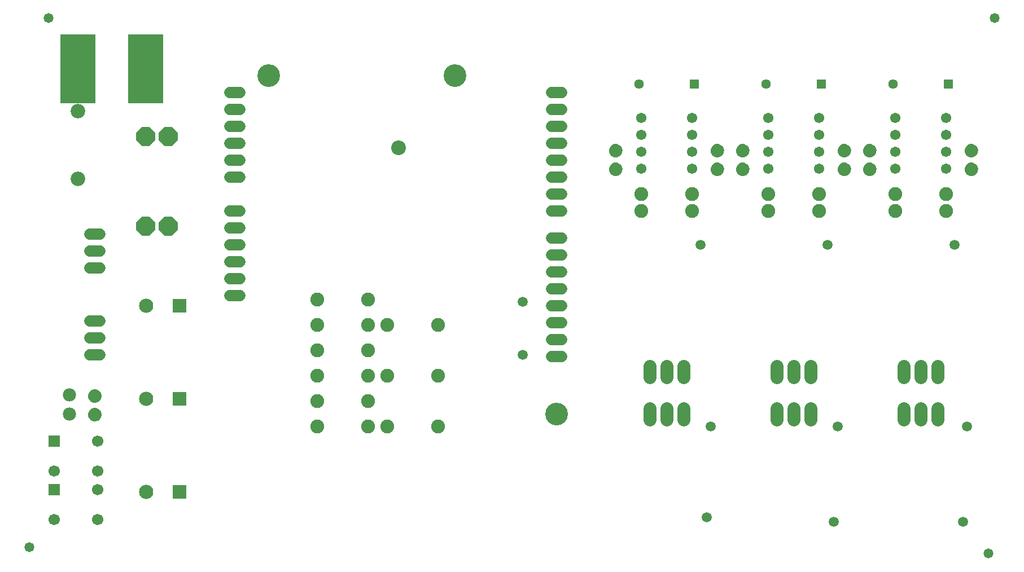
<source format=gbr>
G04 EAGLE Gerber RS-274X export*
G75*
%MOMM*%
%FSLAX34Y34*%
%LPD*%
%INSoldermask Bottom*%
%IPPOS*%
%AMOC8*
5,1,8,0,0,1.08239X$1,22.5*%
G01*
%ADD10C,1.473200*%
%ADD11C,1.727200*%
%ADD12C,1.546600*%
%ADD13C,3.403200*%
%ADD14C,2.203200*%
%ADD15R,1.441200X1.441200*%
%ADD16C,1.441200*%
%ADD17C,2.082800*%
%ADD18C,1.701200*%
%ADD19R,1.701200X1.701200*%
%ADD20C,1.917700*%
%ADD21P,3.061215X8X292.500000*%
%ADD22R,5.283200X10.363200*%
%ADD23C,2.184400*%
%ADD24C,2.133600*%
%ADD25R,2.133600X2.133600*%
%ADD26C,1.981200*%
%ADD27C,1.503200*%

G36*
X1017518Y778736D02*
X1017518Y778736D01*
X1017561Y778747D01*
X1017627Y778753D01*
X1019257Y779165D01*
X1019297Y779183D01*
X1019361Y779201D01*
X1020894Y779889D01*
X1020931Y779914D01*
X1020991Y779943D01*
X1022381Y780887D01*
X1022413Y780918D01*
X1022467Y780956D01*
X1023673Y782127D01*
X1023699Y782164D01*
X1023745Y782211D01*
X1024729Y783573D01*
X1024748Y783614D01*
X1024785Y783668D01*
X1025518Y785181D01*
X1025530Y785224D01*
X1025557Y785284D01*
X1026015Y786901D01*
X1026020Y786946D01*
X1026036Y787010D01*
X1026207Y788682D01*
X1026203Y788730D01*
X1026207Y788809D01*
X1026041Y790481D01*
X1026029Y790524D01*
X1026020Y790590D01*
X1025566Y792207D01*
X1025547Y792248D01*
X1025527Y792311D01*
X1024799Y793825D01*
X1024773Y793861D01*
X1024743Y793920D01*
X1023762Y795285D01*
X1023730Y795316D01*
X1023690Y795369D01*
X1022488Y796543D01*
X1022451Y796568D01*
X1022403Y796613D01*
X1021015Y797560D01*
X1020974Y797578D01*
X1020918Y797614D01*
X1019387Y798306D01*
X1019344Y798317D01*
X1019283Y798343D01*
X1017654Y798758D01*
X1017610Y798761D01*
X1017545Y798776D01*
X1015870Y798902D01*
X1015823Y798898D01*
X1015751Y798900D01*
X1013916Y798695D01*
X1013869Y798681D01*
X1013794Y798669D01*
X1012033Y798109D01*
X1011991Y798086D01*
X1011919Y798060D01*
X1010302Y797167D01*
X1010264Y797137D01*
X1010199Y797097D01*
X1008787Y795906D01*
X1008756Y795869D01*
X1008700Y795817D01*
X1007547Y794373D01*
X1007525Y794331D01*
X1007480Y794269D01*
X1006631Y792628D01*
X1006617Y792582D01*
X1006585Y792513D01*
X1006072Y790738D01*
X1006067Y790690D01*
X1006050Y790615D01*
X1005893Y788775D01*
X1005897Y788731D01*
X1005893Y788666D01*
X1006053Y786835D01*
X1006066Y786789D01*
X1006074Y786728D01*
X1006074Y786726D01*
X1006076Y786713D01*
X1006590Y784949D01*
X1006611Y784905D01*
X1006636Y784833D01*
X1007485Y783203D01*
X1007514Y783165D01*
X1007553Y783099D01*
X1008703Y781666D01*
X1008739Y781634D01*
X1008790Y781577D01*
X1010198Y780396D01*
X1010239Y780372D01*
X1010300Y780326D01*
X1011912Y779442D01*
X1011957Y779427D01*
X1012026Y779393D01*
X1013779Y778841D01*
X1013826Y778835D01*
X1013900Y778815D01*
X1015727Y778616D01*
X1015773Y778619D01*
X1015842Y778613D01*
X1017518Y778736D01*
G37*
G36*
X1055618Y778736D02*
X1055618Y778736D01*
X1055661Y778747D01*
X1055727Y778753D01*
X1057357Y779165D01*
X1057397Y779183D01*
X1057461Y779201D01*
X1058994Y779889D01*
X1059031Y779914D01*
X1059091Y779943D01*
X1060481Y780887D01*
X1060513Y780918D01*
X1060567Y780956D01*
X1061773Y782127D01*
X1061799Y782164D01*
X1061845Y782211D01*
X1062829Y783573D01*
X1062848Y783614D01*
X1062885Y783668D01*
X1063618Y785181D01*
X1063630Y785224D01*
X1063657Y785284D01*
X1064115Y786901D01*
X1064120Y786946D01*
X1064136Y787010D01*
X1064307Y788682D01*
X1064303Y788730D01*
X1064307Y788809D01*
X1064141Y790481D01*
X1064129Y790524D01*
X1064120Y790590D01*
X1063666Y792207D01*
X1063647Y792248D01*
X1063627Y792311D01*
X1062899Y793825D01*
X1062873Y793861D01*
X1062843Y793920D01*
X1061862Y795285D01*
X1061830Y795316D01*
X1061790Y795369D01*
X1060588Y796543D01*
X1060551Y796568D01*
X1060503Y796613D01*
X1059115Y797560D01*
X1059074Y797578D01*
X1059018Y797614D01*
X1057487Y798306D01*
X1057444Y798317D01*
X1057383Y798343D01*
X1055754Y798758D01*
X1055710Y798761D01*
X1055645Y798776D01*
X1053970Y798902D01*
X1053923Y798898D01*
X1053851Y798900D01*
X1052016Y798695D01*
X1051969Y798681D01*
X1051894Y798669D01*
X1050133Y798109D01*
X1050091Y798086D01*
X1050019Y798060D01*
X1048402Y797167D01*
X1048364Y797137D01*
X1048299Y797097D01*
X1046887Y795906D01*
X1046856Y795869D01*
X1046800Y795817D01*
X1045647Y794373D01*
X1045625Y794331D01*
X1045580Y794269D01*
X1044731Y792628D01*
X1044717Y792582D01*
X1044685Y792513D01*
X1044172Y790738D01*
X1044167Y790690D01*
X1044150Y790615D01*
X1043993Y788775D01*
X1043997Y788731D01*
X1043993Y788666D01*
X1044153Y786835D01*
X1044166Y786789D01*
X1044174Y786728D01*
X1044174Y786726D01*
X1044176Y786713D01*
X1044690Y784949D01*
X1044711Y784905D01*
X1044736Y784833D01*
X1045585Y783203D01*
X1045614Y783165D01*
X1045653Y783099D01*
X1046803Y781666D01*
X1046839Y781634D01*
X1046890Y781577D01*
X1048298Y780396D01*
X1048339Y780372D01*
X1048400Y780326D01*
X1050012Y779442D01*
X1050057Y779427D01*
X1050126Y779393D01*
X1051879Y778841D01*
X1051926Y778835D01*
X1052000Y778815D01*
X1053827Y778616D01*
X1053873Y778619D01*
X1053942Y778613D01*
X1055618Y778736D01*
G37*
G36*
X865118Y778736D02*
X865118Y778736D01*
X865161Y778747D01*
X865227Y778753D01*
X866857Y779165D01*
X866897Y779183D01*
X866961Y779201D01*
X868494Y779889D01*
X868531Y779914D01*
X868591Y779943D01*
X869981Y780887D01*
X870013Y780918D01*
X870067Y780956D01*
X871273Y782127D01*
X871299Y782164D01*
X871345Y782211D01*
X872329Y783573D01*
X872348Y783614D01*
X872385Y783668D01*
X873118Y785181D01*
X873130Y785224D01*
X873157Y785284D01*
X873615Y786901D01*
X873620Y786946D01*
X873636Y787010D01*
X873807Y788682D01*
X873803Y788730D01*
X873807Y788809D01*
X873641Y790481D01*
X873629Y790524D01*
X873620Y790590D01*
X873166Y792207D01*
X873147Y792248D01*
X873127Y792311D01*
X872399Y793825D01*
X872373Y793861D01*
X872343Y793920D01*
X871362Y795285D01*
X871330Y795316D01*
X871290Y795369D01*
X870088Y796543D01*
X870051Y796568D01*
X870003Y796613D01*
X868615Y797560D01*
X868574Y797578D01*
X868518Y797614D01*
X866987Y798306D01*
X866944Y798317D01*
X866883Y798343D01*
X865254Y798758D01*
X865210Y798761D01*
X865145Y798776D01*
X863470Y798902D01*
X863423Y798898D01*
X863351Y798900D01*
X861516Y798695D01*
X861469Y798681D01*
X861394Y798669D01*
X859633Y798109D01*
X859591Y798086D01*
X859519Y798060D01*
X857902Y797167D01*
X857864Y797137D01*
X857799Y797097D01*
X856387Y795906D01*
X856356Y795869D01*
X856300Y795817D01*
X855147Y794373D01*
X855125Y794331D01*
X855080Y794269D01*
X854231Y792628D01*
X854217Y792582D01*
X854185Y792513D01*
X853672Y790738D01*
X853667Y790690D01*
X853650Y790615D01*
X853493Y788775D01*
X853497Y788731D01*
X853493Y788666D01*
X853653Y786835D01*
X853666Y786789D01*
X853674Y786728D01*
X853674Y786726D01*
X853676Y786713D01*
X854190Y784949D01*
X854211Y784905D01*
X854236Y784833D01*
X855085Y783203D01*
X855114Y783165D01*
X855153Y783099D01*
X856303Y781666D01*
X856339Y781634D01*
X856390Y781577D01*
X857798Y780396D01*
X857839Y780372D01*
X857900Y780326D01*
X859512Y779442D01*
X859557Y779427D01*
X859626Y779393D01*
X861379Y778841D01*
X861426Y778835D01*
X861500Y778815D01*
X863327Y778616D01*
X863373Y778619D01*
X863442Y778613D01*
X865118Y778736D01*
G37*
G36*
X1398518Y778736D02*
X1398518Y778736D01*
X1398561Y778747D01*
X1398627Y778753D01*
X1400257Y779165D01*
X1400297Y779183D01*
X1400361Y779201D01*
X1401894Y779889D01*
X1401931Y779914D01*
X1401991Y779943D01*
X1403381Y780887D01*
X1403413Y780918D01*
X1403467Y780956D01*
X1404673Y782127D01*
X1404699Y782164D01*
X1404745Y782211D01*
X1405729Y783573D01*
X1405748Y783614D01*
X1405785Y783668D01*
X1406518Y785181D01*
X1406530Y785224D01*
X1406557Y785284D01*
X1407015Y786901D01*
X1407020Y786946D01*
X1407036Y787010D01*
X1407207Y788682D01*
X1407203Y788730D01*
X1407207Y788809D01*
X1407041Y790481D01*
X1407029Y790524D01*
X1407020Y790590D01*
X1406566Y792207D01*
X1406547Y792248D01*
X1406527Y792311D01*
X1405799Y793825D01*
X1405773Y793861D01*
X1405743Y793920D01*
X1404762Y795285D01*
X1404730Y795316D01*
X1404690Y795369D01*
X1403488Y796543D01*
X1403451Y796568D01*
X1403403Y796613D01*
X1402015Y797560D01*
X1401974Y797578D01*
X1401918Y797614D01*
X1400387Y798306D01*
X1400344Y798317D01*
X1400283Y798343D01*
X1398654Y798758D01*
X1398610Y798761D01*
X1398545Y798776D01*
X1396870Y798902D01*
X1396823Y798898D01*
X1396751Y798900D01*
X1394916Y798695D01*
X1394869Y798681D01*
X1394794Y798669D01*
X1393033Y798109D01*
X1392991Y798086D01*
X1392919Y798060D01*
X1391302Y797167D01*
X1391264Y797137D01*
X1391199Y797097D01*
X1389787Y795906D01*
X1389756Y795869D01*
X1389700Y795817D01*
X1388547Y794373D01*
X1388525Y794331D01*
X1388480Y794269D01*
X1387631Y792628D01*
X1387617Y792582D01*
X1387585Y792513D01*
X1387072Y790738D01*
X1387067Y790690D01*
X1387050Y790615D01*
X1386893Y788775D01*
X1386897Y788731D01*
X1386893Y788666D01*
X1387053Y786835D01*
X1387066Y786789D01*
X1387074Y786728D01*
X1387074Y786726D01*
X1387076Y786713D01*
X1387590Y784949D01*
X1387611Y784905D01*
X1387636Y784833D01*
X1388485Y783203D01*
X1388514Y783165D01*
X1388553Y783099D01*
X1389703Y781666D01*
X1389739Y781634D01*
X1389790Y781577D01*
X1391198Y780396D01*
X1391239Y780372D01*
X1391300Y780326D01*
X1392912Y779442D01*
X1392957Y779427D01*
X1393026Y779393D01*
X1394779Y778841D01*
X1394826Y778835D01*
X1394900Y778815D01*
X1396727Y778616D01*
X1396773Y778619D01*
X1396842Y778613D01*
X1398518Y778736D01*
G37*
G36*
X1208018Y778736D02*
X1208018Y778736D01*
X1208061Y778747D01*
X1208127Y778753D01*
X1209757Y779165D01*
X1209797Y779183D01*
X1209861Y779201D01*
X1211394Y779889D01*
X1211431Y779914D01*
X1211491Y779943D01*
X1212881Y780887D01*
X1212913Y780918D01*
X1212967Y780956D01*
X1214173Y782127D01*
X1214199Y782164D01*
X1214245Y782211D01*
X1215229Y783573D01*
X1215248Y783614D01*
X1215285Y783668D01*
X1216018Y785181D01*
X1216030Y785224D01*
X1216057Y785284D01*
X1216515Y786901D01*
X1216520Y786946D01*
X1216536Y787010D01*
X1216707Y788682D01*
X1216703Y788730D01*
X1216707Y788809D01*
X1216541Y790481D01*
X1216529Y790524D01*
X1216520Y790590D01*
X1216066Y792207D01*
X1216047Y792248D01*
X1216027Y792311D01*
X1215299Y793825D01*
X1215273Y793861D01*
X1215243Y793920D01*
X1214262Y795285D01*
X1214230Y795316D01*
X1214190Y795369D01*
X1212988Y796543D01*
X1212951Y796568D01*
X1212903Y796613D01*
X1211515Y797560D01*
X1211474Y797578D01*
X1211418Y797614D01*
X1209887Y798306D01*
X1209844Y798317D01*
X1209783Y798343D01*
X1208154Y798758D01*
X1208110Y798761D01*
X1208045Y798776D01*
X1206370Y798902D01*
X1206323Y798898D01*
X1206251Y798900D01*
X1204416Y798695D01*
X1204369Y798681D01*
X1204294Y798669D01*
X1202533Y798109D01*
X1202491Y798086D01*
X1202419Y798060D01*
X1200802Y797167D01*
X1200764Y797137D01*
X1200699Y797097D01*
X1199287Y795906D01*
X1199256Y795869D01*
X1199200Y795817D01*
X1198047Y794373D01*
X1198025Y794331D01*
X1197980Y794269D01*
X1197131Y792628D01*
X1197117Y792582D01*
X1197085Y792513D01*
X1196572Y790738D01*
X1196567Y790690D01*
X1196550Y790615D01*
X1196393Y788775D01*
X1196397Y788731D01*
X1196393Y788666D01*
X1196553Y786835D01*
X1196566Y786789D01*
X1196574Y786728D01*
X1196574Y786726D01*
X1196576Y786713D01*
X1197090Y784949D01*
X1197111Y784905D01*
X1197136Y784833D01*
X1197985Y783203D01*
X1198014Y783165D01*
X1198053Y783099D01*
X1199203Y781666D01*
X1199239Y781634D01*
X1199290Y781577D01*
X1200698Y780396D01*
X1200739Y780372D01*
X1200800Y780326D01*
X1202412Y779442D01*
X1202457Y779427D01*
X1202526Y779393D01*
X1204279Y778841D01*
X1204326Y778835D01*
X1204400Y778815D01*
X1206227Y778616D01*
X1206273Y778619D01*
X1206342Y778613D01*
X1208018Y778736D01*
G37*
G36*
X1246118Y778736D02*
X1246118Y778736D01*
X1246161Y778747D01*
X1246227Y778753D01*
X1247857Y779165D01*
X1247897Y779183D01*
X1247961Y779201D01*
X1249494Y779889D01*
X1249531Y779914D01*
X1249591Y779943D01*
X1250981Y780887D01*
X1251013Y780918D01*
X1251067Y780956D01*
X1252273Y782127D01*
X1252299Y782164D01*
X1252345Y782211D01*
X1253329Y783573D01*
X1253348Y783614D01*
X1253385Y783668D01*
X1254118Y785181D01*
X1254130Y785224D01*
X1254157Y785284D01*
X1254615Y786901D01*
X1254620Y786946D01*
X1254636Y787010D01*
X1254807Y788682D01*
X1254803Y788730D01*
X1254807Y788809D01*
X1254641Y790481D01*
X1254629Y790524D01*
X1254620Y790590D01*
X1254166Y792207D01*
X1254147Y792248D01*
X1254127Y792311D01*
X1253399Y793825D01*
X1253373Y793861D01*
X1253343Y793920D01*
X1252362Y795285D01*
X1252330Y795316D01*
X1252290Y795369D01*
X1251088Y796543D01*
X1251051Y796568D01*
X1251003Y796613D01*
X1249615Y797560D01*
X1249574Y797578D01*
X1249518Y797614D01*
X1247987Y798306D01*
X1247944Y798317D01*
X1247883Y798343D01*
X1246254Y798758D01*
X1246210Y798761D01*
X1246145Y798776D01*
X1244470Y798902D01*
X1244423Y798898D01*
X1244351Y798900D01*
X1242516Y798695D01*
X1242469Y798681D01*
X1242394Y798669D01*
X1240633Y798109D01*
X1240591Y798086D01*
X1240519Y798060D01*
X1238902Y797167D01*
X1238864Y797137D01*
X1238799Y797097D01*
X1237387Y795906D01*
X1237356Y795869D01*
X1237300Y795817D01*
X1236147Y794373D01*
X1236125Y794331D01*
X1236080Y794269D01*
X1235231Y792628D01*
X1235217Y792582D01*
X1235185Y792513D01*
X1234672Y790738D01*
X1234667Y790690D01*
X1234650Y790615D01*
X1234493Y788775D01*
X1234497Y788731D01*
X1234493Y788666D01*
X1234653Y786835D01*
X1234666Y786789D01*
X1234674Y786728D01*
X1234674Y786726D01*
X1234676Y786713D01*
X1235190Y784949D01*
X1235211Y784905D01*
X1235236Y784833D01*
X1236085Y783203D01*
X1236114Y783165D01*
X1236153Y783099D01*
X1237303Y781666D01*
X1237339Y781634D01*
X1237390Y781577D01*
X1238798Y780396D01*
X1238839Y780372D01*
X1238900Y780326D01*
X1240512Y779442D01*
X1240557Y779427D01*
X1240626Y779393D01*
X1242379Y778841D01*
X1242426Y778835D01*
X1242500Y778815D01*
X1244327Y778616D01*
X1244373Y778619D01*
X1244442Y778613D01*
X1246118Y778736D01*
G37*
G36*
X1017518Y750745D02*
X1017518Y750745D01*
X1017561Y750756D01*
X1017627Y750762D01*
X1019257Y751174D01*
X1019297Y751192D01*
X1019361Y751210D01*
X1020894Y751898D01*
X1020931Y751923D01*
X1020991Y751952D01*
X1022381Y752896D01*
X1022413Y752927D01*
X1022467Y752965D01*
X1023673Y754136D01*
X1023699Y754173D01*
X1023745Y754220D01*
X1024729Y755582D01*
X1024748Y755623D01*
X1024785Y755677D01*
X1025518Y757190D01*
X1025530Y757233D01*
X1025557Y757293D01*
X1026015Y758910D01*
X1026020Y758955D01*
X1026036Y759019D01*
X1026207Y760691D01*
X1026203Y760739D01*
X1026207Y760818D01*
X1026041Y762490D01*
X1026029Y762533D01*
X1026020Y762599D01*
X1025566Y764216D01*
X1025547Y764257D01*
X1025527Y764320D01*
X1024799Y765834D01*
X1024773Y765870D01*
X1024743Y765929D01*
X1023762Y767294D01*
X1023730Y767325D01*
X1023690Y767378D01*
X1022488Y768552D01*
X1022451Y768577D01*
X1022403Y768622D01*
X1021015Y769569D01*
X1020974Y769587D01*
X1020918Y769623D01*
X1019387Y770315D01*
X1019344Y770326D01*
X1019283Y770352D01*
X1017654Y770767D01*
X1017610Y770770D01*
X1017545Y770785D01*
X1015870Y770911D01*
X1015823Y770907D01*
X1015751Y770909D01*
X1013916Y770704D01*
X1013869Y770690D01*
X1013794Y770678D01*
X1012033Y770118D01*
X1011991Y770095D01*
X1011919Y770069D01*
X1010302Y769176D01*
X1010264Y769146D01*
X1010199Y769106D01*
X1008787Y767915D01*
X1008756Y767878D01*
X1008700Y767826D01*
X1007547Y766382D01*
X1007525Y766340D01*
X1007480Y766278D01*
X1006631Y764637D01*
X1006617Y764591D01*
X1006585Y764522D01*
X1006072Y762747D01*
X1006067Y762699D01*
X1006050Y762624D01*
X1005893Y760784D01*
X1005897Y760740D01*
X1005893Y760675D01*
X1006053Y758844D01*
X1006066Y758798D01*
X1006074Y758737D01*
X1006074Y758735D01*
X1006076Y758722D01*
X1006590Y756958D01*
X1006611Y756914D01*
X1006636Y756842D01*
X1007485Y755212D01*
X1007514Y755174D01*
X1007553Y755108D01*
X1008703Y753675D01*
X1008739Y753643D01*
X1008790Y753586D01*
X1010198Y752405D01*
X1010239Y752381D01*
X1010300Y752335D01*
X1011912Y751451D01*
X1011957Y751436D01*
X1012026Y751402D01*
X1013779Y750850D01*
X1013826Y750844D01*
X1013900Y750824D01*
X1015727Y750625D01*
X1015773Y750628D01*
X1015842Y750622D01*
X1017518Y750745D01*
G37*
G36*
X1398518Y750745D02*
X1398518Y750745D01*
X1398561Y750756D01*
X1398627Y750762D01*
X1400257Y751174D01*
X1400297Y751192D01*
X1400361Y751210D01*
X1401894Y751898D01*
X1401931Y751923D01*
X1401991Y751952D01*
X1403381Y752896D01*
X1403413Y752927D01*
X1403467Y752965D01*
X1404673Y754136D01*
X1404699Y754173D01*
X1404745Y754220D01*
X1405729Y755582D01*
X1405748Y755623D01*
X1405785Y755677D01*
X1406518Y757190D01*
X1406530Y757233D01*
X1406557Y757293D01*
X1407015Y758910D01*
X1407020Y758955D01*
X1407036Y759019D01*
X1407207Y760691D01*
X1407203Y760739D01*
X1407207Y760818D01*
X1407041Y762490D01*
X1407029Y762533D01*
X1407020Y762599D01*
X1406566Y764216D01*
X1406547Y764257D01*
X1406527Y764320D01*
X1405799Y765834D01*
X1405773Y765870D01*
X1405743Y765929D01*
X1404762Y767294D01*
X1404730Y767325D01*
X1404690Y767378D01*
X1403488Y768552D01*
X1403451Y768577D01*
X1403403Y768622D01*
X1402015Y769569D01*
X1401974Y769587D01*
X1401918Y769623D01*
X1400387Y770315D01*
X1400344Y770326D01*
X1400283Y770352D01*
X1398654Y770767D01*
X1398610Y770770D01*
X1398545Y770785D01*
X1396870Y770911D01*
X1396823Y770907D01*
X1396751Y770909D01*
X1394916Y770704D01*
X1394869Y770690D01*
X1394794Y770678D01*
X1393033Y770118D01*
X1392991Y770095D01*
X1392919Y770069D01*
X1391302Y769176D01*
X1391264Y769146D01*
X1391199Y769106D01*
X1389787Y767915D01*
X1389756Y767878D01*
X1389700Y767826D01*
X1388547Y766382D01*
X1388525Y766340D01*
X1388480Y766278D01*
X1387631Y764637D01*
X1387617Y764591D01*
X1387585Y764522D01*
X1387072Y762747D01*
X1387067Y762699D01*
X1387050Y762624D01*
X1386893Y760784D01*
X1386897Y760740D01*
X1386893Y760675D01*
X1387053Y758844D01*
X1387066Y758798D01*
X1387074Y758737D01*
X1387074Y758735D01*
X1387076Y758722D01*
X1387590Y756958D01*
X1387611Y756914D01*
X1387636Y756842D01*
X1388485Y755212D01*
X1388514Y755174D01*
X1388553Y755108D01*
X1389703Y753675D01*
X1389739Y753643D01*
X1389790Y753586D01*
X1391198Y752405D01*
X1391239Y752381D01*
X1391300Y752335D01*
X1392912Y751451D01*
X1392957Y751436D01*
X1393026Y751402D01*
X1394779Y750850D01*
X1394826Y750844D01*
X1394900Y750824D01*
X1396727Y750625D01*
X1396773Y750628D01*
X1396842Y750622D01*
X1398518Y750745D01*
G37*
G36*
X1208018Y750745D02*
X1208018Y750745D01*
X1208061Y750756D01*
X1208127Y750762D01*
X1209757Y751174D01*
X1209797Y751192D01*
X1209861Y751210D01*
X1211394Y751898D01*
X1211431Y751923D01*
X1211491Y751952D01*
X1212881Y752896D01*
X1212913Y752927D01*
X1212967Y752965D01*
X1214173Y754136D01*
X1214199Y754173D01*
X1214245Y754220D01*
X1215229Y755582D01*
X1215248Y755623D01*
X1215285Y755677D01*
X1216018Y757190D01*
X1216030Y757233D01*
X1216057Y757293D01*
X1216515Y758910D01*
X1216520Y758955D01*
X1216536Y759019D01*
X1216707Y760691D01*
X1216703Y760739D01*
X1216707Y760818D01*
X1216541Y762490D01*
X1216529Y762533D01*
X1216520Y762599D01*
X1216066Y764216D01*
X1216047Y764257D01*
X1216027Y764320D01*
X1215299Y765834D01*
X1215273Y765870D01*
X1215243Y765929D01*
X1214262Y767294D01*
X1214230Y767325D01*
X1214190Y767378D01*
X1212988Y768552D01*
X1212951Y768577D01*
X1212903Y768622D01*
X1211515Y769569D01*
X1211474Y769587D01*
X1211418Y769623D01*
X1209887Y770315D01*
X1209844Y770326D01*
X1209783Y770352D01*
X1208154Y770767D01*
X1208110Y770770D01*
X1208045Y770785D01*
X1206370Y770911D01*
X1206323Y770907D01*
X1206251Y770909D01*
X1204416Y770704D01*
X1204369Y770690D01*
X1204294Y770678D01*
X1202533Y770118D01*
X1202491Y770095D01*
X1202419Y770069D01*
X1200802Y769176D01*
X1200764Y769146D01*
X1200699Y769106D01*
X1199287Y767915D01*
X1199256Y767878D01*
X1199200Y767826D01*
X1198047Y766382D01*
X1198025Y766340D01*
X1197980Y766278D01*
X1197131Y764637D01*
X1197117Y764591D01*
X1197085Y764522D01*
X1196572Y762747D01*
X1196567Y762699D01*
X1196550Y762624D01*
X1196393Y760784D01*
X1196397Y760740D01*
X1196393Y760675D01*
X1196553Y758844D01*
X1196566Y758798D01*
X1196574Y758737D01*
X1196574Y758735D01*
X1196576Y758722D01*
X1197090Y756958D01*
X1197111Y756914D01*
X1197136Y756842D01*
X1197985Y755212D01*
X1198014Y755174D01*
X1198053Y755108D01*
X1199203Y753675D01*
X1199239Y753643D01*
X1199290Y753586D01*
X1200698Y752405D01*
X1200739Y752381D01*
X1200800Y752335D01*
X1202412Y751451D01*
X1202457Y751436D01*
X1202526Y751402D01*
X1204279Y750850D01*
X1204326Y750844D01*
X1204400Y750824D01*
X1206227Y750625D01*
X1206273Y750628D01*
X1206342Y750622D01*
X1208018Y750745D01*
G37*
G36*
X865118Y750745D02*
X865118Y750745D01*
X865161Y750756D01*
X865227Y750762D01*
X866857Y751174D01*
X866897Y751192D01*
X866961Y751210D01*
X868494Y751898D01*
X868531Y751923D01*
X868591Y751952D01*
X869981Y752896D01*
X870013Y752927D01*
X870067Y752965D01*
X871273Y754136D01*
X871299Y754173D01*
X871345Y754220D01*
X872329Y755582D01*
X872348Y755623D01*
X872385Y755677D01*
X873118Y757190D01*
X873130Y757233D01*
X873157Y757293D01*
X873615Y758910D01*
X873620Y758955D01*
X873636Y759019D01*
X873807Y760691D01*
X873803Y760739D01*
X873807Y760818D01*
X873641Y762490D01*
X873629Y762533D01*
X873620Y762599D01*
X873166Y764216D01*
X873147Y764257D01*
X873127Y764320D01*
X872399Y765834D01*
X872373Y765870D01*
X872343Y765929D01*
X871362Y767294D01*
X871330Y767325D01*
X871290Y767378D01*
X870088Y768552D01*
X870051Y768577D01*
X870003Y768622D01*
X868615Y769569D01*
X868574Y769587D01*
X868518Y769623D01*
X866987Y770315D01*
X866944Y770326D01*
X866883Y770352D01*
X865254Y770767D01*
X865210Y770770D01*
X865145Y770785D01*
X863470Y770911D01*
X863423Y770907D01*
X863351Y770909D01*
X861516Y770704D01*
X861469Y770690D01*
X861394Y770678D01*
X859633Y770118D01*
X859591Y770095D01*
X859519Y770069D01*
X857902Y769176D01*
X857864Y769146D01*
X857799Y769106D01*
X856387Y767915D01*
X856356Y767878D01*
X856300Y767826D01*
X855147Y766382D01*
X855125Y766340D01*
X855080Y766278D01*
X854231Y764637D01*
X854217Y764591D01*
X854185Y764522D01*
X853672Y762747D01*
X853667Y762699D01*
X853650Y762624D01*
X853493Y760784D01*
X853497Y760740D01*
X853493Y760675D01*
X853653Y758844D01*
X853666Y758798D01*
X853674Y758737D01*
X853674Y758735D01*
X853676Y758722D01*
X854190Y756958D01*
X854211Y756914D01*
X854236Y756842D01*
X855085Y755212D01*
X855114Y755174D01*
X855153Y755108D01*
X856303Y753675D01*
X856339Y753643D01*
X856390Y753586D01*
X857798Y752405D01*
X857839Y752381D01*
X857900Y752335D01*
X859512Y751451D01*
X859557Y751436D01*
X859626Y751402D01*
X861379Y750850D01*
X861426Y750844D01*
X861500Y750824D01*
X863327Y750625D01*
X863373Y750628D01*
X863442Y750622D01*
X865118Y750745D01*
G37*
G36*
X1055618Y750745D02*
X1055618Y750745D01*
X1055661Y750756D01*
X1055727Y750762D01*
X1057357Y751174D01*
X1057397Y751192D01*
X1057461Y751210D01*
X1058994Y751898D01*
X1059031Y751923D01*
X1059091Y751952D01*
X1060481Y752896D01*
X1060513Y752927D01*
X1060567Y752965D01*
X1061773Y754136D01*
X1061799Y754173D01*
X1061845Y754220D01*
X1062829Y755582D01*
X1062848Y755623D01*
X1062885Y755677D01*
X1063618Y757190D01*
X1063630Y757233D01*
X1063657Y757293D01*
X1064115Y758910D01*
X1064120Y758955D01*
X1064136Y759019D01*
X1064307Y760691D01*
X1064303Y760739D01*
X1064307Y760818D01*
X1064141Y762490D01*
X1064129Y762533D01*
X1064120Y762599D01*
X1063666Y764216D01*
X1063647Y764257D01*
X1063627Y764320D01*
X1062899Y765834D01*
X1062873Y765870D01*
X1062843Y765929D01*
X1061862Y767294D01*
X1061830Y767325D01*
X1061790Y767378D01*
X1060588Y768552D01*
X1060551Y768577D01*
X1060503Y768622D01*
X1059115Y769569D01*
X1059074Y769587D01*
X1059018Y769623D01*
X1057487Y770315D01*
X1057444Y770326D01*
X1057383Y770352D01*
X1055754Y770767D01*
X1055710Y770770D01*
X1055645Y770785D01*
X1053970Y770911D01*
X1053923Y770907D01*
X1053851Y770909D01*
X1052016Y770704D01*
X1051969Y770690D01*
X1051894Y770678D01*
X1050133Y770118D01*
X1050091Y770095D01*
X1050019Y770069D01*
X1048402Y769176D01*
X1048364Y769146D01*
X1048299Y769106D01*
X1046887Y767915D01*
X1046856Y767878D01*
X1046800Y767826D01*
X1045647Y766382D01*
X1045625Y766340D01*
X1045580Y766278D01*
X1044731Y764637D01*
X1044717Y764591D01*
X1044685Y764522D01*
X1044172Y762747D01*
X1044167Y762699D01*
X1044150Y762624D01*
X1043993Y760784D01*
X1043997Y760740D01*
X1043993Y760675D01*
X1044153Y758844D01*
X1044166Y758798D01*
X1044174Y758737D01*
X1044174Y758735D01*
X1044176Y758722D01*
X1044690Y756958D01*
X1044711Y756914D01*
X1044736Y756842D01*
X1045585Y755212D01*
X1045614Y755174D01*
X1045653Y755108D01*
X1046803Y753675D01*
X1046839Y753643D01*
X1046890Y753586D01*
X1048298Y752405D01*
X1048339Y752381D01*
X1048400Y752335D01*
X1050012Y751451D01*
X1050057Y751436D01*
X1050126Y751402D01*
X1051879Y750850D01*
X1051926Y750844D01*
X1052000Y750824D01*
X1053827Y750625D01*
X1053873Y750628D01*
X1053942Y750622D01*
X1055618Y750745D01*
G37*
G36*
X1246118Y750745D02*
X1246118Y750745D01*
X1246161Y750756D01*
X1246227Y750762D01*
X1247857Y751174D01*
X1247897Y751192D01*
X1247961Y751210D01*
X1249494Y751898D01*
X1249531Y751923D01*
X1249591Y751952D01*
X1250981Y752896D01*
X1251013Y752927D01*
X1251067Y752965D01*
X1252273Y754136D01*
X1252299Y754173D01*
X1252345Y754220D01*
X1253329Y755582D01*
X1253348Y755623D01*
X1253385Y755677D01*
X1254118Y757190D01*
X1254130Y757233D01*
X1254157Y757293D01*
X1254615Y758910D01*
X1254620Y758955D01*
X1254636Y759019D01*
X1254807Y760691D01*
X1254803Y760739D01*
X1254807Y760818D01*
X1254641Y762490D01*
X1254629Y762533D01*
X1254620Y762599D01*
X1254166Y764216D01*
X1254147Y764257D01*
X1254127Y764320D01*
X1253399Y765834D01*
X1253373Y765870D01*
X1253343Y765929D01*
X1252362Y767294D01*
X1252330Y767325D01*
X1252290Y767378D01*
X1251088Y768552D01*
X1251051Y768577D01*
X1251003Y768622D01*
X1249615Y769569D01*
X1249574Y769587D01*
X1249518Y769623D01*
X1247987Y770315D01*
X1247944Y770326D01*
X1247883Y770352D01*
X1246254Y770767D01*
X1246210Y770770D01*
X1246145Y770785D01*
X1244470Y770911D01*
X1244423Y770907D01*
X1244351Y770909D01*
X1242516Y770704D01*
X1242469Y770690D01*
X1242394Y770678D01*
X1240633Y770118D01*
X1240591Y770095D01*
X1240519Y770069D01*
X1238902Y769176D01*
X1238864Y769146D01*
X1238799Y769106D01*
X1237387Y767915D01*
X1237356Y767878D01*
X1237300Y767826D01*
X1236147Y766382D01*
X1236125Y766340D01*
X1236080Y766278D01*
X1235231Y764637D01*
X1235217Y764591D01*
X1235185Y764522D01*
X1234672Y762747D01*
X1234667Y762699D01*
X1234650Y762624D01*
X1234493Y760784D01*
X1234497Y760740D01*
X1234493Y760675D01*
X1234653Y758844D01*
X1234666Y758798D01*
X1234674Y758737D01*
X1234674Y758735D01*
X1234676Y758722D01*
X1235190Y756958D01*
X1235211Y756914D01*
X1235236Y756842D01*
X1236085Y755212D01*
X1236114Y755174D01*
X1236153Y755108D01*
X1237303Y753675D01*
X1237339Y753643D01*
X1237390Y753586D01*
X1238798Y752405D01*
X1238839Y752381D01*
X1238900Y752335D01*
X1240512Y751451D01*
X1240557Y751436D01*
X1240626Y751402D01*
X1242379Y750850D01*
X1242426Y750844D01*
X1242500Y750824D01*
X1244327Y750625D01*
X1244373Y750628D01*
X1244442Y750622D01*
X1246118Y750745D01*
G37*
G36*
X84068Y410436D02*
X84068Y410436D01*
X84111Y410447D01*
X84177Y410453D01*
X85807Y410865D01*
X85847Y410883D01*
X85911Y410901D01*
X87444Y411589D01*
X87481Y411614D01*
X87541Y411643D01*
X88931Y412587D01*
X88963Y412618D01*
X89017Y412656D01*
X90223Y413827D01*
X90249Y413864D01*
X90295Y413911D01*
X91279Y415273D01*
X91298Y415314D01*
X91335Y415368D01*
X92068Y416881D01*
X92080Y416924D01*
X92107Y416984D01*
X92565Y418601D01*
X92570Y418646D01*
X92586Y418710D01*
X92757Y420382D01*
X92753Y420430D01*
X92757Y420509D01*
X92591Y422181D01*
X92579Y422224D01*
X92570Y422290D01*
X92116Y423907D01*
X92097Y423948D01*
X92077Y424011D01*
X91349Y425525D01*
X91323Y425561D01*
X91293Y425620D01*
X90312Y426985D01*
X90280Y427016D01*
X90240Y427069D01*
X89038Y428243D01*
X89001Y428268D01*
X88953Y428313D01*
X87565Y429260D01*
X87524Y429278D01*
X87468Y429314D01*
X85937Y430006D01*
X85894Y430017D01*
X85833Y430043D01*
X84204Y430458D01*
X84160Y430461D01*
X84095Y430476D01*
X82420Y430602D01*
X82373Y430598D01*
X82301Y430600D01*
X80466Y430395D01*
X80419Y430381D01*
X80344Y430369D01*
X78583Y429809D01*
X78541Y429786D01*
X78469Y429760D01*
X76852Y428867D01*
X76814Y428837D01*
X76749Y428797D01*
X75337Y427606D01*
X75306Y427569D01*
X75250Y427517D01*
X74097Y426073D01*
X74075Y426031D01*
X74030Y425969D01*
X73181Y424328D01*
X73167Y424282D01*
X73135Y424213D01*
X72622Y422438D01*
X72617Y422390D01*
X72600Y422315D01*
X72443Y420475D01*
X72447Y420431D01*
X72443Y420366D01*
X72603Y418535D01*
X72616Y418489D01*
X72624Y418428D01*
X72624Y418426D01*
X72626Y418413D01*
X73140Y416649D01*
X73161Y416605D01*
X73186Y416533D01*
X74035Y414903D01*
X74064Y414865D01*
X74103Y414799D01*
X75253Y413366D01*
X75289Y413334D01*
X75340Y413277D01*
X76748Y412096D01*
X76789Y412072D01*
X76850Y412026D01*
X78462Y411142D01*
X78507Y411127D01*
X78576Y411093D01*
X80329Y410541D01*
X80376Y410535D01*
X80450Y410515D01*
X82277Y410316D01*
X82323Y410319D01*
X82392Y410313D01*
X84068Y410436D01*
G37*
G36*
X84068Y382445D02*
X84068Y382445D01*
X84111Y382456D01*
X84177Y382462D01*
X85807Y382874D01*
X85847Y382892D01*
X85911Y382910D01*
X87444Y383598D01*
X87481Y383623D01*
X87541Y383652D01*
X88931Y384596D01*
X88963Y384627D01*
X89017Y384665D01*
X90223Y385836D01*
X90249Y385873D01*
X90295Y385920D01*
X91279Y387282D01*
X91298Y387323D01*
X91335Y387377D01*
X92068Y388890D01*
X92080Y388933D01*
X92107Y388993D01*
X92565Y390610D01*
X92570Y390655D01*
X92586Y390719D01*
X92757Y392391D01*
X92753Y392439D01*
X92757Y392518D01*
X92591Y394190D01*
X92579Y394233D01*
X92570Y394299D01*
X92116Y395916D01*
X92097Y395957D01*
X92077Y396020D01*
X91349Y397534D01*
X91323Y397570D01*
X91293Y397629D01*
X90312Y398994D01*
X90280Y399025D01*
X90240Y399078D01*
X89038Y400252D01*
X89001Y400277D01*
X88953Y400322D01*
X87565Y401269D01*
X87524Y401287D01*
X87468Y401323D01*
X85937Y402015D01*
X85894Y402026D01*
X85833Y402052D01*
X84204Y402467D01*
X84160Y402470D01*
X84095Y402485D01*
X82420Y402611D01*
X82373Y402607D01*
X82301Y402609D01*
X80466Y402404D01*
X80419Y402390D01*
X80344Y402378D01*
X78583Y401818D01*
X78541Y401795D01*
X78469Y401769D01*
X76852Y400876D01*
X76814Y400846D01*
X76749Y400806D01*
X75337Y399615D01*
X75306Y399578D01*
X75250Y399526D01*
X74097Y398082D01*
X74075Y398040D01*
X74030Y397978D01*
X73181Y396337D01*
X73167Y396291D01*
X73135Y396222D01*
X72622Y394447D01*
X72617Y394399D01*
X72600Y394324D01*
X72443Y392484D01*
X72447Y392440D01*
X72443Y392375D01*
X72603Y390544D01*
X72616Y390498D01*
X72624Y390437D01*
X72624Y390435D01*
X72626Y390422D01*
X73140Y388658D01*
X73161Y388614D01*
X73186Y388542D01*
X74035Y386912D01*
X74064Y386874D01*
X74103Y386808D01*
X75253Y385375D01*
X75289Y385343D01*
X75340Y385286D01*
X76748Y384105D01*
X76789Y384081D01*
X76850Y384035D01*
X78462Y383151D01*
X78507Y383136D01*
X78576Y383102D01*
X80329Y382550D01*
X80376Y382544D01*
X80450Y382524D01*
X82277Y382325D01*
X82323Y382328D01*
X82392Y382322D01*
X84068Y382445D01*
G37*
D10*
X-15875Y193675D03*
X12700Y987425D03*
X1422400Y184150D03*
X1431925Y987425D03*
D11*
X90170Y663575D02*
X74930Y663575D01*
X74930Y638175D02*
X90170Y638175D01*
X90170Y612775D02*
X74930Y612775D01*
D12*
X1282700Y838200D03*
X1282700Y812800D03*
X1282700Y787400D03*
X1282700Y762000D03*
X1358900Y762000D03*
X1358900Y787400D03*
X1358900Y812800D03*
X1358900Y838200D03*
D11*
X782320Y480060D02*
X767080Y480060D01*
X767080Y505460D02*
X782320Y505460D01*
X782320Y530860D02*
X767080Y530860D01*
X767080Y556260D02*
X782320Y556260D01*
X782320Y581660D02*
X767080Y581660D01*
X767080Y607060D02*
X782320Y607060D01*
X782320Y632460D02*
X767080Y632460D01*
X767080Y657860D02*
X782320Y657860D01*
X782320Y698500D02*
X767080Y698500D01*
X767080Y723900D02*
X782320Y723900D01*
X782320Y749300D02*
X767080Y749300D01*
X767080Y774700D02*
X782320Y774700D01*
X782320Y800100D02*
X767080Y800100D01*
X767080Y825500D02*
X782320Y825500D01*
X782320Y850900D02*
X767080Y850900D01*
X767080Y876300D02*
X782320Y876300D01*
X299720Y571500D02*
X284480Y571500D01*
X284480Y596900D02*
X299720Y596900D01*
X299720Y622300D02*
X284480Y622300D01*
X284480Y647700D02*
X299720Y647700D01*
X299720Y673100D02*
X284480Y673100D01*
X284480Y698500D02*
X299720Y698500D01*
X299720Y749300D02*
X284480Y749300D01*
X284480Y774700D02*
X299720Y774700D01*
X299720Y800100D02*
X284480Y800100D01*
X284480Y825500D02*
X299720Y825500D01*
X299720Y850900D02*
X284480Y850900D01*
X284480Y876300D02*
X299720Y876300D01*
D13*
X774700Y393700D03*
X622300Y901700D03*
X342900Y901700D03*
D14*
X537838Y792996D03*
D15*
X1362260Y889000D03*
D16*
X1279340Y889000D03*
D17*
X415925Y527050D03*
X492125Y527050D03*
X520700Y527050D03*
X596900Y527050D03*
X415925Y450850D03*
X492125Y450850D03*
X520700Y450850D03*
X596900Y450850D03*
X415925Y374650D03*
X492125Y374650D03*
X520700Y374650D03*
X596900Y374650D03*
X415925Y565150D03*
X492125Y565150D03*
X415925Y488950D03*
X492125Y488950D03*
X415925Y412750D03*
X492125Y412750D03*
D18*
X21475Y234675D03*
D19*
X21475Y279675D03*
D18*
X86475Y234675D03*
X86475Y279675D03*
X21475Y307700D03*
D19*
X21475Y352700D03*
D18*
X86475Y307700D03*
X86475Y352700D03*
D20*
X1295400Y448628D02*
X1295400Y465773D01*
X1320800Y465773D02*
X1320800Y448628D01*
X1346200Y448628D02*
X1346200Y465773D01*
X1346200Y402273D02*
X1346200Y385128D01*
X1320800Y385128D02*
X1320800Y402273D01*
X1295400Y402273D02*
X1295400Y385128D01*
X1104900Y448628D02*
X1104900Y465773D01*
X1130300Y465773D02*
X1130300Y448628D01*
X1155700Y448628D02*
X1155700Y465773D01*
X1155700Y402273D02*
X1155700Y385128D01*
X1130300Y385128D02*
X1130300Y402273D01*
X1104900Y402273D02*
X1104900Y385128D01*
X914400Y448628D02*
X914400Y465773D01*
X939800Y465773D02*
X939800Y448628D01*
X965200Y448628D02*
X965200Y465773D01*
X965200Y402273D02*
X965200Y385128D01*
X939800Y385128D02*
X939800Y402273D01*
X914400Y402273D02*
X914400Y385128D01*
D17*
X1282700Y698500D03*
X1358900Y698500D03*
X1282700Y723900D03*
X1358900Y723900D03*
X1092200Y698500D03*
X1168400Y698500D03*
X1092200Y723900D03*
X1168400Y723900D03*
X901700Y698500D03*
X977900Y698500D03*
X901700Y723900D03*
X977900Y723900D03*
D21*
X192750Y809625D03*
X158750Y809625D03*
X192750Y674925D03*
X158750Y674925D03*
D22*
X158750Y911225D03*
X57150Y911225D03*
D23*
X57150Y847725D03*
X57150Y746125D03*
D24*
X159150Y555625D03*
D25*
X209150Y555625D03*
D24*
X159150Y415925D03*
D25*
X209150Y415925D03*
D24*
X159150Y276225D03*
D25*
X209150Y276225D03*
D11*
X90170Y533400D02*
X74930Y533400D01*
X74930Y508000D02*
X90170Y508000D01*
X90170Y482600D02*
X74930Y482600D01*
D12*
X1092200Y838200D03*
X1092200Y812800D03*
X1092200Y787400D03*
X1092200Y762000D03*
X1168400Y762000D03*
X1168400Y787400D03*
X1168400Y812800D03*
X1168400Y838200D03*
D15*
X1171760Y889000D03*
D16*
X1088840Y889000D03*
D12*
X901700Y838200D03*
X901700Y812800D03*
X901700Y787400D03*
X901700Y762000D03*
X977900Y762000D03*
X977900Y787400D03*
X977900Y812800D03*
X977900Y838200D03*
D15*
X981260Y889000D03*
D16*
X898340Y889000D03*
D26*
X44450Y393700D03*
D27*
X990600Y647700D03*
X1181100Y647700D03*
X1371600Y647700D03*
D26*
X44450Y422275D03*
D27*
X1390650Y374650D03*
X1384300Y231775D03*
X1006475Y374650D03*
X1000125Y238125D03*
X1196975Y374650D03*
X1190625Y231775D03*
X723900Y561975D03*
X723900Y482600D03*
M02*

</source>
